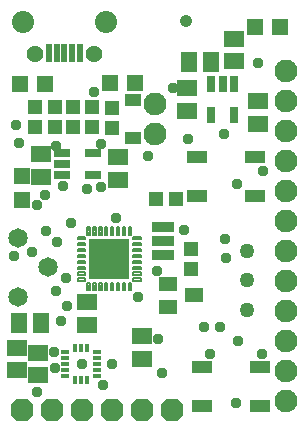
<source format=gts>
G75*
%MOIN*%
%OFA0B0*%
%FSLAX25Y25*%
%IPPOS*%
%LPD*%
%AMOC8*
5,1,8,0,0,1.08239X$1,22.5*
%
%ADD10R,0.04537X0.04931*%
%ADD11R,0.05324X0.02765*%
%ADD12R,0.06506X0.05718*%
%ADD13R,0.05324X0.05324*%
%ADD14R,0.05403X0.04183*%
%ADD15C,0.00792*%
%ADD16R,0.13198X0.13198*%
%ADD17OC8,0.07600*%
%ADD18R,0.07293X0.03356*%
%ADD19R,0.05718X0.05324*%
%ADD20R,0.02765X0.05324*%
%ADD21R,0.05718X0.06506*%
%ADD22C,0.07600*%
%ADD23R,0.02569X0.01584*%
%ADD24R,0.01584X0.02569*%
%ADD25R,0.06506X0.04143*%
%ADD26R,0.04931X0.04537*%
%ADD27R,0.06112X0.04537*%
%ADD28C,0.06506*%
%ADD29C,0.04956*%
%ADD30R,0.02175X0.06112*%
%ADD31C,0.07391*%
%ADD32C,0.05620*%
%ADD33C,0.04100*%
%ADD34C,0.03750*%
%ADD35OC8,0.03600*%
D10*
X0084102Y0073150D03*
X0084102Y0079843D03*
X0057827Y0120205D03*
X0051307Y0120288D03*
X0045020Y0120288D03*
X0038732Y0120288D03*
X0032319Y0120500D03*
X0032319Y0127193D03*
X0038732Y0126980D03*
X0045020Y0126980D03*
X0051307Y0126980D03*
X0057827Y0126898D03*
D11*
X0051425Y0111874D03*
X0041189Y0111874D03*
X0041189Y0108134D03*
X0041189Y0104394D03*
X0051425Y0104394D03*
D12*
X0059782Y0102819D03*
X0059782Y0110299D03*
X0034307Y0111374D03*
X0034307Y0103894D03*
X0082921Y0125906D03*
X0082921Y0133386D03*
X0098669Y0142441D03*
X0098669Y0149921D03*
X0106543Y0129055D03*
X0106543Y0121575D03*
X0049417Y0061973D03*
X0049417Y0054492D03*
X0068000Y0050662D03*
X0068000Y0043181D03*
X0033290Y0045210D03*
X0026203Y0046822D03*
X0026203Y0039342D03*
X0033290Y0037729D03*
D13*
X0035547Y0134878D03*
X0027280Y0134878D03*
X0057094Y0135187D03*
X0065362Y0135187D03*
X0105609Y0153879D03*
X0113877Y0153879D03*
D14*
X0064803Y0129506D03*
X0064803Y0116612D03*
D15*
X0064223Y0087018D02*
X0063431Y0087018D01*
X0064223Y0087018D02*
X0064223Y0084454D01*
X0063431Y0084454D01*
X0063431Y0087018D01*
X0063431Y0085245D02*
X0064223Y0085245D01*
X0064223Y0086036D02*
X0063431Y0086036D01*
X0063431Y0086827D02*
X0064223Y0086827D01*
X0062254Y0087018D02*
X0061462Y0087018D01*
X0062254Y0087018D02*
X0062254Y0084454D01*
X0061462Y0084454D01*
X0061462Y0087018D01*
X0061462Y0085245D02*
X0062254Y0085245D01*
X0062254Y0086036D02*
X0061462Y0086036D01*
X0061462Y0086827D02*
X0062254Y0086827D01*
X0060286Y0087018D02*
X0059494Y0087018D01*
X0060286Y0087018D02*
X0060286Y0084454D01*
X0059494Y0084454D01*
X0059494Y0087018D01*
X0059494Y0085245D02*
X0060286Y0085245D01*
X0060286Y0086036D02*
X0059494Y0086036D01*
X0059494Y0086827D02*
X0060286Y0086827D01*
X0058317Y0087018D02*
X0057525Y0087018D01*
X0058317Y0087018D02*
X0058317Y0084454D01*
X0057525Y0084454D01*
X0057525Y0087018D01*
X0057525Y0085245D02*
X0058317Y0085245D01*
X0058317Y0086036D02*
X0057525Y0086036D01*
X0057525Y0086827D02*
X0058317Y0086827D01*
X0056349Y0087018D02*
X0055557Y0087018D01*
X0056349Y0087018D02*
X0056349Y0084454D01*
X0055557Y0084454D01*
X0055557Y0087018D01*
X0055557Y0085245D02*
X0056349Y0085245D01*
X0056349Y0086036D02*
X0055557Y0086036D01*
X0055557Y0086827D02*
X0056349Y0086827D01*
X0054380Y0087018D02*
X0053588Y0087018D01*
X0054380Y0087018D02*
X0054380Y0084454D01*
X0053588Y0084454D01*
X0053588Y0087018D01*
X0053588Y0085245D02*
X0054380Y0085245D01*
X0054380Y0086036D02*
X0053588Y0086036D01*
X0053588Y0086827D02*
X0054380Y0086827D01*
X0052412Y0087018D02*
X0051620Y0087018D01*
X0052412Y0087018D02*
X0052412Y0084454D01*
X0051620Y0084454D01*
X0051620Y0087018D01*
X0051620Y0085245D02*
X0052412Y0085245D01*
X0052412Y0086036D02*
X0051620Y0086036D01*
X0051620Y0086827D02*
X0052412Y0086827D01*
X0050443Y0087018D02*
X0049651Y0087018D01*
X0050443Y0087018D02*
X0050443Y0084454D01*
X0049651Y0084454D01*
X0049651Y0087018D01*
X0049651Y0085245D02*
X0050443Y0085245D01*
X0050443Y0086036D02*
X0049651Y0086036D01*
X0049651Y0086827D02*
X0050443Y0086827D01*
X0048967Y0083770D02*
X0046403Y0083770D01*
X0048967Y0083770D02*
X0048967Y0082978D01*
X0046403Y0082978D01*
X0046403Y0083770D01*
X0046403Y0083769D02*
X0048967Y0083769D01*
X0048967Y0081802D02*
X0046403Y0081802D01*
X0048967Y0081802D02*
X0048967Y0081010D01*
X0046403Y0081010D01*
X0046403Y0081802D01*
X0046403Y0081801D02*
X0048967Y0081801D01*
X0048967Y0079833D02*
X0046403Y0079833D01*
X0048967Y0079833D02*
X0048967Y0079041D01*
X0046403Y0079041D01*
X0046403Y0079833D01*
X0046403Y0079832D02*
X0048967Y0079832D01*
X0048967Y0077865D02*
X0046403Y0077865D01*
X0048967Y0077865D02*
X0048967Y0077073D01*
X0046403Y0077073D01*
X0046403Y0077865D01*
X0046403Y0077864D02*
X0048967Y0077864D01*
X0048967Y0075896D02*
X0046403Y0075896D01*
X0048967Y0075896D02*
X0048967Y0075104D01*
X0046403Y0075104D01*
X0046403Y0075896D01*
X0046403Y0075895D02*
X0048967Y0075895D01*
X0048967Y0073928D02*
X0046403Y0073928D01*
X0048967Y0073928D02*
X0048967Y0073136D01*
X0046403Y0073136D01*
X0046403Y0073928D01*
X0046403Y0073927D02*
X0048967Y0073927D01*
X0048967Y0071959D02*
X0046403Y0071959D01*
X0048967Y0071959D02*
X0048967Y0071167D01*
X0046403Y0071167D01*
X0046403Y0071959D01*
X0046403Y0071958D02*
X0048967Y0071958D01*
X0048967Y0069991D02*
X0046403Y0069991D01*
X0048967Y0069991D02*
X0048967Y0069199D01*
X0046403Y0069199D01*
X0046403Y0069991D01*
X0046403Y0069990D02*
X0048967Y0069990D01*
X0049651Y0068514D02*
X0050443Y0068514D01*
X0050443Y0065950D01*
X0049651Y0065950D01*
X0049651Y0068514D01*
X0049651Y0066741D02*
X0050443Y0066741D01*
X0050443Y0067532D02*
X0049651Y0067532D01*
X0049651Y0068323D02*
X0050443Y0068323D01*
X0051620Y0068514D02*
X0052412Y0068514D01*
X0052412Y0065950D01*
X0051620Y0065950D01*
X0051620Y0068514D01*
X0051620Y0066741D02*
X0052412Y0066741D01*
X0052412Y0067532D02*
X0051620Y0067532D01*
X0051620Y0068323D02*
X0052412Y0068323D01*
X0053588Y0068514D02*
X0054380Y0068514D01*
X0054380Y0065950D01*
X0053588Y0065950D01*
X0053588Y0068514D01*
X0053588Y0066741D02*
X0054380Y0066741D01*
X0054380Y0067532D02*
X0053588Y0067532D01*
X0053588Y0068323D02*
X0054380Y0068323D01*
X0055557Y0068514D02*
X0056349Y0068514D01*
X0056349Y0065950D01*
X0055557Y0065950D01*
X0055557Y0068514D01*
X0055557Y0066741D02*
X0056349Y0066741D01*
X0056349Y0067532D02*
X0055557Y0067532D01*
X0055557Y0068323D02*
X0056349Y0068323D01*
X0057525Y0068514D02*
X0058317Y0068514D01*
X0058317Y0065950D01*
X0057525Y0065950D01*
X0057525Y0068514D01*
X0057525Y0066741D02*
X0058317Y0066741D01*
X0058317Y0067532D02*
X0057525Y0067532D01*
X0057525Y0068323D02*
X0058317Y0068323D01*
X0059494Y0068514D02*
X0060286Y0068514D01*
X0060286Y0065950D01*
X0059494Y0065950D01*
X0059494Y0068514D01*
X0059494Y0066741D02*
X0060286Y0066741D01*
X0060286Y0067532D02*
X0059494Y0067532D01*
X0059494Y0068323D02*
X0060286Y0068323D01*
X0061462Y0068514D02*
X0062254Y0068514D01*
X0062254Y0065950D01*
X0061462Y0065950D01*
X0061462Y0068514D01*
X0061462Y0066741D02*
X0062254Y0066741D01*
X0062254Y0067532D02*
X0061462Y0067532D01*
X0061462Y0068323D02*
X0062254Y0068323D01*
X0063431Y0068514D02*
X0064223Y0068514D01*
X0064223Y0065950D01*
X0063431Y0065950D01*
X0063431Y0068514D01*
X0063431Y0066741D02*
X0064223Y0066741D01*
X0064223Y0067532D02*
X0063431Y0067532D01*
X0063431Y0068323D02*
X0064223Y0068323D01*
X0064907Y0069991D02*
X0067471Y0069991D01*
X0067471Y0069199D01*
X0064907Y0069199D01*
X0064907Y0069991D01*
X0064907Y0069990D02*
X0067471Y0069990D01*
X0067471Y0071959D02*
X0064907Y0071959D01*
X0067471Y0071959D02*
X0067471Y0071167D01*
X0064907Y0071167D01*
X0064907Y0071959D01*
X0064907Y0071958D02*
X0067471Y0071958D01*
X0067471Y0073928D02*
X0064907Y0073928D01*
X0067471Y0073928D02*
X0067471Y0073136D01*
X0064907Y0073136D01*
X0064907Y0073928D01*
X0064907Y0073927D02*
X0067471Y0073927D01*
X0067471Y0075896D02*
X0064907Y0075896D01*
X0067471Y0075896D02*
X0067471Y0075104D01*
X0064907Y0075104D01*
X0064907Y0075896D01*
X0064907Y0075895D02*
X0067471Y0075895D01*
X0067471Y0077865D02*
X0064907Y0077865D01*
X0067471Y0077865D02*
X0067471Y0077073D01*
X0064907Y0077073D01*
X0064907Y0077865D01*
X0064907Y0077864D02*
X0067471Y0077864D01*
X0067471Y0079833D02*
X0064907Y0079833D01*
X0067471Y0079833D02*
X0067471Y0079041D01*
X0064907Y0079041D01*
X0064907Y0079833D01*
X0064907Y0079832D02*
X0067471Y0079832D01*
X0067471Y0081802D02*
X0064907Y0081802D01*
X0067471Y0081802D02*
X0067471Y0081010D01*
X0064907Y0081010D01*
X0064907Y0081802D01*
X0064907Y0081801D02*
X0067471Y0081801D01*
X0067471Y0083770D02*
X0064907Y0083770D01*
X0067471Y0083770D02*
X0067471Y0082978D01*
X0064907Y0082978D01*
X0064907Y0083770D01*
X0064907Y0083769D02*
X0067471Y0083769D01*
D16*
X0056937Y0076484D03*
D17*
X0028000Y0025984D03*
X0038000Y0025984D03*
X0048000Y0025984D03*
X0058000Y0025984D03*
X0068000Y0025984D03*
X0078000Y0025984D03*
D18*
X0074937Y0077760D03*
X0074937Y0082484D03*
X0074937Y0087209D03*
D19*
X0027807Y0096016D03*
X0027807Y0104016D03*
D20*
X0090992Y0124527D03*
X0098472Y0124527D03*
X0098472Y0134764D03*
X0094732Y0134764D03*
X0090992Y0134764D03*
D21*
X0090992Y0142244D03*
X0083512Y0142244D03*
X0034299Y0055236D03*
X0026819Y0055236D03*
D22*
X0115992Y0058977D03*
X0115992Y0068977D03*
X0115992Y0078977D03*
X0115992Y0088977D03*
X0115992Y0098977D03*
X0115992Y0108977D03*
X0115992Y0118977D03*
X0115992Y0128977D03*
X0115992Y0138977D03*
X0072291Y0127953D03*
X0072291Y0117953D03*
X0115992Y0048977D03*
X0115992Y0038977D03*
X0115992Y0028977D03*
D23*
X0052803Y0037520D03*
X0052803Y0039488D03*
X0052803Y0041457D03*
X0052803Y0043425D03*
X0052803Y0045394D03*
X0042173Y0045394D03*
X0042173Y0043425D03*
X0042173Y0041457D03*
X0042173Y0039488D03*
X0042173Y0037520D03*
D24*
X0045520Y0036142D03*
X0047488Y0036142D03*
X0049457Y0036142D03*
X0049457Y0046772D03*
X0047488Y0046772D03*
X0045520Y0046772D03*
D25*
X0087843Y0040473D03*
X0107134Y0040473D03*
X0107134Y0027480D03*
X0087843Y0027480D03*
X0086268Y0097597D03*
X0105559Y0097597D03*
X0105559Y0110589D03*
X0086268Y0110589D03*
D26*
X0079181Y0096575D03*
X0072488Y0096575D03*
D27*
X0076622Y0068032D03*
X0085283Y0064291D03*
X0076622Y0060551D03*
D28*
X0036465Y0073740D03*
X0026622Y0063898D03*
X0026622Y0083583D03*
D29*
X0102950Y0079151D03*
X0102950Y0069309D03*
X0102950Y0059466D03*
D30*
X0047120Y0145109D03*
X0044561Y0145109D03*
X0042002Y0145109D03*
X0039443Y0145109D03*
X0036883Y0145109D03*
D31*
X0028222Y0155542D03*
X0055781Y0155542D03*
D32*
X0051844Y0144912D03*
X0032159Y0144912D03*
D33*
X0055767Y0155686D03*
X0082567Y0155686D03*
D34*
X0039307Y0114059D03*
X0059170Y0102003D03*
X0044174Y0088353D03*
X0061661Y0081209D03*
X0072937Y0072484D03*
X0081724Y0086103D03*
D35*
X0095561Y0083073D03*
X0095913Y0076852D03*
X0066386Y0063898D03*
X0052616Y0072320D03*
X0042370Y0070197D03*
X0039220Y0065866D03*
X0042764Y0060748D03*
X0040795Y0055630D03*
X0038433Y0045394D03*
X0047882Y0041457D03*
X0038852Y0040188D03*
X0032921Y0032008D03*
X0054969Y0034370D03*
X0057724Y0041532D03*
X0074584Y0038594D03*
X0090402Y0044606D03*
X0099876Y0049243D03*
X0093721Y0053806D03*
X0088603Y0053806D03*
X0073079Y0049725D03*
X0107724Y0044606D03*
X0099356Y0028310D03*
X0031356Y0078619D03*
X0025057Y0077438D03*
X0039614Y0082008D03*
X0035718Y0085841D03*
X0032962Y0094503D03*
X0035677Y0097781D03*
X0041583Y0100906D03*
X0049457Y0099725D03*
X0054181Y0100512D03*
X0059102Y0090079D03*
X0099482Y0101362D03*
X0108118Y0105605D03*
X0083356Y0116310D03*
X0095126Y0118229D03*
X0069983Y0110657D03*
X0054181Y0114685D03*
X0027016Y0115079D03*
X0025756Y0121110D03*
X0051819Y0132008D03*
X0078197Y0133583D03*
X0106543Y0141876D03*
M02*

</source>
